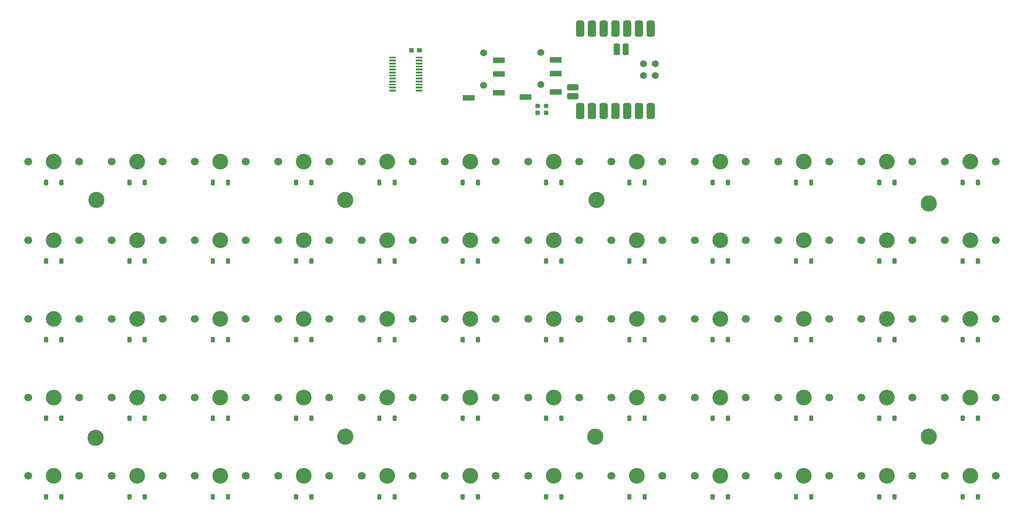
<source format=gts>
G04 #@! TF.GenerationSoftware,KiCad,Pcbnew,7.0.9-7.0.9~ubuntu22.04.1*
G04 #@! TF.CreationDate,2023-12-21T23:36:55+01:00*
G04 #@! TF.ProjectId,basic60,62617369-6336-4302-9e6b-696361645f70,0.1*
G04 #@! TF.SameCoordinates,Original*
G04 #@! TF.FileFunction,Soldermask,Top*
G04 #@! TF.FilePolarity,Negative*
%FSLAX46Y46*%
G04 Gerber Fmt 4.6, Leading zero omitted, Abs format (unit mm)*
G04 Created by KiCad (PCBNEW 7.0.9-7.0.9~ubuntu22.04.1) date 2023-12-21 23:36:55*
%MOMM*%
%LPD*%
G01*
G04 APERTURE LIST*
%ADD10C,1.500000*%
%ADD11R,2.500000X1.200000*%
%ADD12C,3.500000*%
%ADD13C,1.700000*%
%ADD14C,3.400000*%
G04 APERTURE END LIST*
G36*
G01*
X143350000Y-113689466D02*
X143350000Y-114439466D01*
G75*
G02*
X143125000Y-114664466I-225000J0D01*
G01*
X142675000Y-114664466D01*
G75*
G02*
X142450000Y-114439466I0J225000D01*
G01*
X142450000Y-113689466D01*
G75*
G02*
X142675000Y-113464466I225000J0D01*
G01*
X143125000Y-113464466D01*
G75*
G02*
X143350000Y-113689466I0J-225000D01*
G01*
G37*
G36*
G01*
X140050000Y-113689466D02*
X140050000Y-114439466D01*
G75*
G02*
X139825000Y-114664466I-225000J0D01*
G01*
X139375000Y-114664466D01*
G75*
G02*
X139150000Y-114439466I0J225000D01*
G01*
X139150000Y-113689466D01*
G75*
G02*
X139375000Y-113464466I225000J0D01*
G01*
X139825000Y-113464466D01*
G75*
G02*
X140050000Y-113689466I0J-225000D01*
G01*
G37*
G36*
G01*
X107350000Y-113689466D02*
X107350000Y-114439466D01*
G75*
G02*
X107125000Y-114664466I-225000J0D01*
G01*
X106675000Y-114664466D01*
G75*
G02*
X106450000Y-114439466I0J225000D01*
G01*
X106450000Y-113689466D01*
G75*
G02*
X106675000Y-113464466I225000J0D01*
G01*
X107125000Y-113464466D01*
G75*
G02*
X107350000Y-113689466I0J-225000D01*
G01*
G37*
G36*
G01*
X104050000Y-113689466D02*
X104050000Y-114439466D01*
G75*
G02*
X103825000Y-114664466I-225000J0D01*
G01*
X103375000Y-114664466D01*
G75*
G02*
X103150000Y-114439466I0J225000D01*
G01*
X103150000Y-113689466D01*
G75*
G02*
X103375000Y-113464466I225000J0D01*
G01*
X103825000Y-113464466D01*
G75*
G02*
X104050000Y-113689466I0J-225000D01*
G01*
G37*
G36*
G01*
X89350000Y-113689466D02*
X89350000Y-114439466D01*
G75*
G02*
X89125000Y-114664466I-225000J0D01*
G01*
X88675000Y-114664466D01*
G75*
G02*
X88450000Y-114439466I0J225000D01*
G01*
X88450000Y-113689466D01*
G75*
G02*
X88675000Y-113464466I225000J0D01*
G01*
X89125000Y-113464466D01*
G75*
G02*
X89350000Y-113689466I0J-225000D01*
G01*
G37*
G36*
G01*
X86050000Y-113689466D02*
X86050000Y-114439466D01*
G75*
G02*
X85825000Y-114664466I-225000J0D01*
G01*
X85375000Y-114664466D01*
G75*
G02*
X85150000Y-114439466I0J225000D01*
G01*
X85150000Y-113689466D01*
G75*
G02*
X85375000Y-113464466I225000J0D01*
G01*
X85825000Y-113464466D01*
G75*
G02*
X86050000Y-113689466I0J-225000D01*
G01*
G37*
G36*
G01*
X71350000Y-113689466D02*
X71350000Y-114439466D01*
G75*
G02*
X71125000Y-114664466I-225000J0D01*
G01*
X70675000Y-114664466D01*
G75*
G02*
X70450000Y-114439466I0J225000D01*
G01*
X70450000Y-113689466D01*
G75*
G02*
X70675000Y-113464466I225000J0D01*
G01*
X71125000Y-113464466D01*
G75*
G02*
X71350000Y-113689466I0J-225000D01*
G01*
G37*
G36*
G01*
X68050000Y-113689466D02*
X68050000Y-114439466D01*
G75*
G02*
X67825000Y-114664466I-225000J0D01*
G01*
X67375000Y-114664466D01*
G75*
G02*
X67150000Y-114439466I0J225000D01*
G01*
X67150000Y-113689466D01*
G75*
G02*
X67375000Y-113464466I225000J0D01*
G01*
X67825000Y-113464466D01*
G75*
G02*
X68050000Y-113689466I0J-225000D01*
G01*
G37*
G36*
G01*
X53350000Y-113689466D02*
X53350000Y-114439466D01*
G75*
G02*
X53125000Y-114664466I-225000J0D01*
G01*
X52675000Y-114664466D01*
G75*
G02*
X52450000Y-114439466I0J225000D01*
G01*
X52450000Y-113689466D01*
G75*
G02*
X52675000Y-113464466I225000J0D01*
G01*
X53125000Y-113464466D01*
G75*
G02*
X53350000Y-113689466I0J-225000D01*
G01*
G37*
G36*
G01*
X50050000Y-113689466D02*
X50050000Y-114439466D01*
G75*
G02*
X49825000Y-114664466I-225000J0D01*
G01*
X49375000Y-114664466D01*
G75*
G02*
X49150000Y-114439466I0J225000D01*
G01*
X49150000Y-113689466D01*
G75*
G02*
X49375000Y-113464466I225000J0D01*
G01*
X49825000Y-113464466D01*
G75*
G02*
X50050000Y-113689466I0J-225000D01*
G01*
G37*
G36*
G01*
X251350000Y-96689466D02*
X251350000Y-97439466D01*
G75*
G02*
X251125000Y-97664466I-225000J0D01*
G01*
X250675000Y-97664466D01*
G75*
G02*
X250450000Y-97439466I0J225000D01*
G01*
X250450000Y-96689466D01*
G75*
G02*
X250675000Y-96464466I225000J0D01*
G01*
X251125000Y-96464466D01*
G75*
G02*
X251350000Y-96689466I0J-225000D01*
G01*
G37*
G36*
G01*
X248050000Y-96689466D02*
X248050000Y-97439466D01*
G75*
G02*
X247825000Y-97664466I-225000J0D01*
G01*
X247375000Y-97664466D01*
G75*
G02*
X247150000Y-97439466I0J225000D01*
G01*
X247150000Y-96689466D01*
G75*
G02*
X247375000Y-96464466I225000J0D01*
G01*
X247825000Y-96464466D01*
G75*
G02*
X248050000Y-96689466I0J-225000D01*
G01*
G37*
G36*
G01*
X233350000Y-96689466D02*
X233350000Y-97439466D01*
G75*
G02*
X233125000Y-97664466I-225000J0D01*
G01*
X232675000Y-97664466D01*
G75*
G02*
X232450000Y-97439466I0J225000D01*
G01*
X232450000Y-96689466D01*
G75*
G02*
X232675000Y-96464466I225000J0D01*
G01*
X233125000Y-96464466D01*
G75*
G02*
X233350000Y-96689466I0J-225000D01*
G01*
G37*
G36*
G01*
X230050000Y-96689466D02*
X230050000Y-97439466D01*
G75*
G02*
X229825000Y-97664466I-225000J0D01*
G01*
X229375000Y-97664466D01*
G75*
G02*
X229150000Y-97439466I0J225000D01*
G01*
X229150000Y-96689466D01*
G75*
G02*
X229375000Y-96464466I225000J0D01*
G01*
X229825000Y-96464466D01*
G75*
G02*
X230050000Y-96689466I0J-225000D01*
G01*
G37*
G36*
G01*
X215350000Y-96689466D02*
X215350000Y-97439466D01*
G75*
G02*
X215125000Y-97664466I-225000J0D01*
G01*
X214675000Y-97664466D01*
G75*
G02*
X214450000Y-97439466I0J225000D01*
G01*
X214450000Y-96689466D01*
G75*
G02*
X214675000Y-96464466I225000J0D01*
G01*
X215125000Y-96464466D01*
G75*
G02*
X215350000Y-96689466I0J-225000D01*
G01*
G37*
G36*
G01*
X212050000Y-96689466D02*
X212050000Y-97439466D01*
G75*
G02*
X211825000Y-97664466I-225000J0D01*
G01*
X211375000Y-97664466D01*
G75*
G02*
X211150000Y-97439466I0J225000D01*
G01*
X211150000Y-96689466D01*
G75*
G02*
X211375000Y-96464466I225000J0D01*
G01*
X211825000Y-96464466D01*
G75*
G02*
X212050000Y-96689466I0J-225000D01*
G01*
G37*
G36*
G01*
X197350000Y-96689466D02*
X197350000Y-97439466D01*
G75*
G02*
X197125000Y-97664466I-225000J0D01*
G01*
X196675000Y-97664466D01*
G75*
G02*
X196450000Y-97439466I0J225000D01*
G01*
X196450000Y-96689466D01*
G75*
G02*
X196675000Y-96464466I225000J0D01*
G01*
X197125000Y-96464466D01*
G75*
G02*
X197350000Y-96689466I0J-225000D01*
G01*
G37*
G36*
G01*
X194050000Y-96689466D02*
X194050000Y-97439466D01*
G75*
G02*
X193825000Y-97664466I-225000J0D01*
G01*
X193375000Y-97664466D01*
G75*
G02*
X193150000Y-97439466I0J225000D01*
G01*
X193150000Y-96689466D01*
G75*
G02*
X193375000Y-96464466I225000J0D01*
G01*
X193825000Y-96464466D01*
G75*
G02*
X194050000Y-96689466I0J-225000D01*
G01*
G37*
G36*
G01*
X179350000Y-96689466D02*
X179350000Y-97439466D01*
G75*
G02*
X179125000Y-97664466I-225000J0D01*
G01*
X178675000Y-97664466D01*
G75*
G02*
X178450000Y-97439466I0J225000D01*
G01*
X178450000Y-96689466D01*
G75*
G02*
X178675000Y-96464466I225000J0D01*
G01*
X179125000Y-96464466D01*
G75*
G02*
X179350000Y-96689466I0J-225000D01*
G01*
G37*
G36*
G01*
X176050000Y-96689466D02*
X176050000Y-97439466D01*
G75*
G02*
X175825000Y-97664466I-225000J0D01*
G01*
X175375000Y-97664466D01*
G75*
G02*
X175150000Y-97439466I0J225000D01*
G01*
X175150000Y-96689466D01*
G75*
G02*
X175375000Y-96464466I225000J0D01*
G01*
X175825000Y-96464466D01*
G75*
G02*
X176050000Y-96689466I0J-225000D01*
G01*
G37*
G36*
G01*
X161350000Y-96689466D02*
X161350000Y-97439466D01*
G75*
G02*
X161125000Y-97664466I-225000J0D01*
G01*
X160675000Y-97664466D01*
G75*
G02*
X160450000Y-97439466I0J225000D01*
G01*
X160450000Y-96689466D01*
G75*
G02*
X160675000Y-96464466I225000J0D01*
G01*
X161125000Y-96464466D01*
G75*
G02*
X161350000Y-96689466I0J-225000D01*
G01*
G37*
G36*
G01*
X158050000Y-96689466D02*
X158050000Y-97439466D01*
G75*
G02*
X157825000Y-97664466I-225000J0D01*
G01*
X157375000Y-97664466D01*
G75*
G02*
X157150000Y-97439466I0J225000D01*
G01*
X157150000Y-96689466D01*
G75*
G02*
X157375000Y-96464466I225000J0D01*
G01*
X157825000Y-96464466D01*
G75*
G02*
X158050000Y-96689466I0J-225000D01*
G01*
G37*
G36*
G01*
X143350000Y-96689466D02*
X143350000Y-97439466D01*
G75*
G02*
X143125000Y-97664466I-225000J0D01*
G01*
X142675000Y-97664466D01*
G75*
G02*
X142450000Y-97439466I0J225000D01*
G01*
X142450000Y-96689466D01*
G75*
G02*
X142675000Y-96464466I225000J0D01*
G01*
X143125000Y-96464466D01*
G75*
G02*
X143350000Y-96689466I0J-225000D01*
G01*
G37*
G36*
G01*
X140050000Y-96689466D02*
X140050000Y-97439466D01*
G75*
G02*
X139825000Y-97664466I-225000J0D01*
G01*
X139375000Y-97664466D01*
G75*
G02*
X139150000Y-97439466I0J225000D01*
G01*
X139150000Y-96689466D01*
G75*
G02*
X139375000Y-96464466I225000J0D01*
G01*
X139825000Y-96464466D01*
G75*
G02*
X140050000Y-96689466I0J-225000D01*
G01*
G37*
G36*
G01*
X125350000Y-96689466D02*
X125350000Y-97439466D01*
G75*
G02*
X125125000Y-97664466I-225000J0D01*
G01*
X124675000Y-97664466D01*
G75*
G02*
X124450000Y-97439466I0J225000D01*
G01*
X124450000Y-96689466D01*
G75*
G02*
X124675000Y-96464466I225000J0D01*
G01*
X125125000Y-96464466D01*
G75*
G02*
X125350000Y-96689466I0J-225000D01*
G01*
G37*
G36*
G01*
X122050000Y-96689466D02*
X122050000Y-97439466D01*
G75*
G02*
X121825000Y-97664466I-225000J0D01*
G01*
X121375000Y-97664466D01*
G75*
G02*
X121150000Y-97439466I0J225000D01*
G01*
X121150000Y-96689466D01*
G75*
G02*
X121375000Y-96464466I225000J0D01*
G01*
X121825000Y-96464466D01*
G75*
G02*
X122050000Y-96689466I0J-225000D01*
G01*
G37*
G36*
G01*
X107350000Y-96689466D02*
X107350000Y-97439466D01*
G75*
G02*
X107125000Y-97664466I-225000J0D01*
G01*
X106675000Y-97664466D01*
G75*
G02*
X106450000Y-97439466I0J225000D01*
G01*
X106450000Y-96689466D01*
G75*
G02*
X106675000Y-96464466I225000J0D01*
G01*
X107125000Y-96464466D01*
G75*
G02*
X107350000Y-96689466I0J-225000D01*
G01*
G37*
G36*
G01*
X104050000Y-96689466D02*
X104050000Y-97439466D01*
G75*
G02*
X103825000Y-97664466I-225000J0D01*
G01*
X103375000Y-97664466D01*
G75*
G02*
X103150000Y-97439466I0J225000D01*
G01*
X103150000Y-96689466D01*
G75*
G02*
X103375000Y-96464466I225000J0D01*
G01*
X103825000Y-96464466D01*
G75*
G02*
X104050000Y-96689466I0J-225000D01*
G01*
G37*
G36*
G01*
X89350000Y-96689466D02*
X89350000Y-97439466D01*
G75*
G02*
X89125000Y-97664466I-225000J0D01*
G01*
X88675000Y-97664466D01*
G75*
G02*
X88450000Y-97439466I0J225000D01*
G01*
X88450000Y-96689466D01*
G75*
G02*
X88675000Y-96464466I225000J0D01*
G01*
X89125000Y-96464466D01*
G75*
G02*
X89350000Y-96689466I0J-225000D01*
G01*
G37*
G36*
G01*
X86050000Y-96689466D02*
X86050000Y-97439466D01*
G75*
G02*
X85825000Y-97664466I-225000J0D01*
G01*
X85375000Y-97664466D01*
G75*
G02*
X85150000Y-97439466I0J225000D01*
G01*
X85150000Y-96689466D01*
G75*
G02*
X85375000Y-96464466I225000J0D01*
G01*
X85825000Y-96464466D01*
G75*
G02*
X86050000Y-96689466I0J-225000D01*
G01*
G37*
G36*
G01*
X71350000Y-96689466D02*
X71350000Y-97439466D01*
G75*
G02*
X71125000Y-97664466I-225000J0D01*
G01*
X70675000Y-97664466D01*
G75*
G02*
X70450000Y-97439466I0J225000D01*
G01*
X70450000Y-96689466D01*
G75*
G02*
X70675000Y-96464466I225000J0D01*
G01*
X71125000Y-96464466D01*
G75*
G02*
X71350000Y-96689466I0J-225000D01*
G01*
G37*
G36*
G01*
X68050000Y-96689466D02*
X68050000Y-97439466D01*
G75*
G02*
X67825000Y-97664466I-225000J0D01*
G01*
X67375000Y-97664466D01*
G75*
G02*
X67150000Y-97439466I0J225000D01*
G01*
X67150000Y-96689466D01*
G75*
G02*
X67375000Y-96464466I225000J0D01*
G01*
X67825000Y-96464466D01*
G75*
G02*
X68050000Y-96689466I0J-225000D01*
G01*
G37*
G36*
G01*
X53350000Y-96689466D02*
X53350000Y-97439466D01*
G75*
G02*
X53125000Y-97664466I-225000J0D01*
G01*
X52675000Y-97664466D01*
G75*
G02*
X52450000Y-97439466I0J225000D01*
G01*
X52450000Y-96689466D01*
G75*
G02*
X52675000Y-96464466I225000J0D01*
G01*
X53125000Y-96464466D01*
G75*
G02*
X53350000Y-96689466I0J-225000D01*
G01*
G37*
G36*
G01*
X50050000Y-96689466D02*
X50050000Y-97439466D01*
G75*
G02*
X49825000Y-97664466I-225000J0D01*
G01*
X49375000Y-97664466D01*
G75*
G02*
X49150000Y-97439466I0J225000D01*
G01*
X49150000Y-96689466D01*
G75*
G02*
X49375000Y-96464466I225000J0D01*
G01*
X49825000Y-96464466D01*
G75*
G02*
X50050000Y-96689466I0J-225000D01*
G01*
G37*
G36*
G01*
X251350000Y-79689466D02*
X251350000Y-80439466D01*
G75*
G02*
X251125000Y-80664466I-225000J0D01*
G01*
X250675000Y-80664466D01*
G75*
G02*
X250450000Y-80439466I0J225000D01*
G01*
X250450000Y-79689466D01*
G75*
G02*
X250675000Y-79464466I225000J0D01*
G01*
X251125000Y-79464466D01*
G75*
G02*
X251350000Y-79689466I0J-225000D01*
G01*
G37*
G36*
G01*
X248050000Y-79689466D02*
X248050000Y-80439466D01*
G75*
G02*
X247825000Y-80664466I-225000J0D01*
G01*
X247375000Y-80664466D01*
G75*
G02*
X247150000Y-80439466I0J225000D01*
G01*
X247150000Y-79689466D01*
G75*
G02*
X247375000Y-79464466I225000J0D01*
G01*
X247825000Y-79464466D01*
G75*
G02*
X248050000Y-79689466I0J-225000D01*
G01*
G37*
G36*
G01*
X233350000Y-79689466D02*
X233350000Y-80439466D01*
G75*
G02*
X233125000Y-80664466I-225000J0D01*
G01*
X232675000Y-80664466D01*
G75*
G02*
X232450000Y-80439466I0J225000D01*
G01*
X232450000Y-79689466D01*
G75*
G02*
X232675000Y-79464466I225000J0D01*
G01*
X233125000Y-79464466D01*
G75*
G02*
X233350000Y-79689466I0J-225000D01*
G01*
G37*
G36*
G01*
X230050000Y-79689466D02*
X230050000Y-80439466D01*
G75*
G02*
X229825000Y-80664466I-225000J0D01*
G01*
X229375000Y-80664466D01*
G75*
G02*
X229150000Y-80439466I0J225000D01*
G01*
X229150000Y-79689466D01*
G75*
G02*
X229375000Y-79464466I225000J0D01*
G01*
X229825000Y-79464466D01*
G75*
G02*
X230050000Y-79689466I0J-225000D01*
G01*
G37*
G36*
G01*
X215350000Y-79689466D02*
X215350000Y-80439466D01*
G75*
G02*
X215125000Y-80664466I-225000J0D01*
G01*
X214675000Y-80664466D01*
G75*
G02*
X214450000Y-80439466I0J225000D01*
G01*
X214450000Y-79689466D01*
G75*
G02*
X214675000Y-79464466I225000J0D01*
G01*
X215125000Y-79464466D01*
G75*
G02*
X215350000Y-79689466I0J-225000D01*
G01*
G37*
G36*
G01*
X212050000Y-79689466D02*
X212050000Y-80439466D01*
G75*
G02*
X211825000Y-80664466I-225000J0D01*
G01*
X211375000Y-80664466D01*
G75*
G02*
X211150000Y-80439466I0J225000D01*
G01*
X211150000Y-79689466D01*
G75*
G02*
X211375000Y-79464466I225000J0D01*
G01*
X211825000Y-79464466D01*
G75*
G02*
X212050000Y-79689466I0J-225000D01*
G01*
G37*
G36*
G01*
X197350000Y-79689466D02*
X197350000Y-80439466D01*
G75*
G02*
X197125000Y-80664466I-225000J0D01*
G01*
X196675000Y-80664466D01*
G75*
G02*
X196450000Y-80439466I0J225000D01*
G01*
X196450000Y-79689466D01*
G75*
G02*
X196675000Y-79464466I225000J0D01*
G01*
X197125000Y-79464466D01*
G75*
G02*
X197350000Y-79689466I0J-225000D01*
G01*
G37*
G36*
G01*
X194050000Y-79689466D02*
X194050000Y-80439466D01*
G75*
G02*
X193825000Y-80664466I-225000J0D01*
G01*
X193375000Y-80664466D01*
G75*
G02*
X193150000Y-80439466I0J225000D01*
G01*
X193150000Y-79689466D01*
G75*
G02*
X193375000Y-79464466I225000J0D01*
G01*
X193825000Y-79464466D01*
G75*
G02*
X194050000Y-79689466I0J-225000D01*
G01*
G37*
G36*
G01*
X179350000Y-79689466D02*
X179350000Y-80439466D01*
G75*
G02*
X179125000Y-80664466I-225000J0D01*
G01*
X178675000Y-80664466D01*
G75*
G02*
X178450000Y-80439466I0J225000D01*
G01*
X178450000Y-79689466D01*
G75*
G02*
X178675000Y-79464466I225000J0D01*
G01*
X179125000Y-79464466D01*
G75*
G02*
X179350000Y-79689466I0J-225000D01*
G01*
G37*
G36*
G01*
X176050000Y-79689466D02*
X176050000Y-80439466D01*
G75*
G02*
X175825000Y-80664466I-225000J0D01*
G01*
X175375000Y-80664466D01*
G75*
G02*
X175150000Y-80439466I0J225000D01*
G01*
X175150000Y-79689466D01*
G75*
G02*
X175375000Y-79464466I225000J0D01*
G01*
X175825000Y-79464466D01*
G75*
G02*
X176050000Y-79689466I0J-225000D01*
G01*
G37*
G36*
G01*
X161350000Y-79689466D02*
X161350000Y-80439466D01*
G75*
G02*
X161125000Y-80664466I-225000J0D01*
G01*
X160675000Y-80664466D01*
G75*
G02*
X160450000Y-80439466I0J225000D01*
G01*
X160450000Y-79689466D01*
G75*
G02*
X160675000Y-79464466I225000J0D01*
G01*
X161125000Y-79464466D01*
G75*
G02*
X161350000Y-79689466I0J-225000D01*
G01*
G37*
G36*
G01*
X158050000Y-79689466D02*
X158050000Y-80439466D01*
G75*
G02*
X157825000Y-80664466I-225000J0D01*
G01*
X157375000Y-80664466D01*
G75*
G02*
X157150000Y-80439466I0J225000D01*
G01*
X157150000Y-79689466D01*
G75*
G02*
X157375000Y-79464466I225000J0D01*
G01*
X157825000Y-79464466D01*
G75*
G02*
X158050000Y-79689466I0J-225000D01*
G01*
G37*
G36*
G01*
X143350000Y-79689466D02*
X143350000Y-80439466D01*
G75*
G02*
X143125000Y-80664466I-225000J0D01*
G01*
X142675000Y-80664466D01*
G75*
G02*
X142450000Y-80439466I0J225000D01*
G01*
X142450000Y-79689466D01*
G75*
G02*
X142675000Y-79464466I225000J0D01*
G01*
X143125000Y-79464466D01*
G75*
G02*
X143350000Y-79689466I0J-225000D01*
G01*
G37*
G36*
G01*
X140050000Y-79689466D02*
X140050000Y-80439466D01*
G75*
G02*
X139825000Y-80664466I-225000J0D01*
G01*
X139375000Y-80664466D01*
G75*
G02*
X139150000Y-80439466I0J225000D01*
G01*
X139150000Y-79689466D01*
G75*
G02*
X139375000Y-79464466I225000J0D01*
G01*
X139825000Y-79464466D01*
G75*
G02*
X140050000Y-79689466I0J-225000D01*
G01*
G37*
G36*
G01*
X125350000Y-79689466D02*
X125350000Y-80439466D01*
G75*
G02*
X125125000Y-80664466I-225000J0D01*
G01*
X124675000Y-80664466D01*
G75*
G02*
X124450000Y-80439466I0J225000D01*
G01*
X124450000Y-79689466D01*
G75*
G02*
X124675000Y-79464466I225000J0D01*
G01*
X125125000Y-79464466D01*
G75*
G02*
X125350000Y-79689466I0J-225000D01*
G01*
G37*
G36*
G01*
X122050000Y-79689466D02*
X122050000Y-80439466D01*
G75*
G02*
X121825000Y-80664466I-225000J0D01*
G01*
X121375000Y-80664466D01*
G75*
G02*
X121150000Y-80439466I0J225000D01*
G01*
X121150000Y-79689466D01*
G75*
G02*
X121375000Y-79464466I225000J0D01*
G01*
X121825000Y-79464466D01*
G75*
G02*
X122050000Y-79689466I0J-225000D01*
G01*
G37*
G36*
G01*
X107350000Y-79689466D02*
X107350000Y-80439466D01*
G75*
G02*
X107125000Y-80664466I-225000J0D01*
G01*
X106675000Y-80664466D01*
G75*
G02*
X106450000Y-80439466I0J225000D01*
G01*
X106450000Y-79689466D01*
G75*
G02*
X106675000Y-79464466I225000J0D01*
G01*
X107125000Y-79464466D01*
G75*
G02*
X107350000Y-79689466I0J-225000D01*
G01*
G37*
G36*
G01*
X104050000Y-79689466D02*
X104050000Y-80439466D01*
G75*
G02*
X103825000Y-80664466I-225000J0D01*
G01*
X103375000Y-80664466D01*
G75*
G02*
X103150000Y-80439466I0J225000D01*
G01*
X103150000Y-79689466D01*
G75*
G02*
X103375000Y-79464466I225000J0D01*
G01*
X103825000Y-79464466D01*
G75*
G02*
X104050000Y-79689466I0J-225000D01*
G01*
G37*
G36*
G01*
X89350000Y-79689466D02*
X89350000Y-80439466D01*
G75*
G02*
X89125000Y-80664466I-225000J0D01*
G01*
X88675000Y-80664466D01*
G75*
G02*
X88450000Y-80439466I0J225000D01*
G01*
X88450000Y-79689466D01*
G75*
G02*
X88675000Y-79464466I225000J0D01*
G01*
X89125000Y-79464466D01*
G75*
G02*
X89350000Y-79689466I0J-225000D01*
G01*
G37*
G36*
G01*
X86050000Y-79689466D02*
X86050000Y-80439466D01*
G75*
G02*
X85825000Y-80664466I-225000J0D01*
G01*
X85375000Y-80664466D01*
G75*
G02*
X85150000Y-80439466I0J225000D01*
G01*
X85150000Y-79689466D01*
G75*
G02*
X85375000Y-79464466I225000J0D01*
G01*
X85825000Y-79464466D01*
G75*
G02*
X86050000Y-79689466I0J-225000D01*
G01*
G37*
G36*
G01*
X71350000Y-79689466D02*
X71350000Y-80439466D01*
G75*
G02*
X71125000Y-80664466I-225000J0D01*
G01*
X70675000Y-80664466D01*
G75*
G02*
X70450000Y-80439466I0J225000D01*
G01*
X70450000Y-79689466D01*
G75*
G02*
X70675000Y-79464466I225000J0D01*
G01*
X71125000Y-79464466D01*
G75*
G02*
X71350000Y-79689466I0J-225000D01*
G01*
G37*
G36*
G01*
X68050000Y-79689466D02*
X68050000Y-80439466D01*
G75*
G02*
X67825000Y-80664466I-225000J0D01*
G01*
X67375000Y-80664466D01*
G75*
G02*
X67150000Y-80439466I0J225000D01*
G01*
X67150000Y-79689466D01*
G75*
G02*
X67375000Y-79464466I225000J0D01*
G01*
X67825000Y-79464466D01*
G75*
G02*
X68050000Y-79689466I0J-225000D01*
G01*
G37*
G36*
G01*
X53350000Y-79689466D02*
X53350000Y-80439466D01*
G75*
G02*
X53125000Y-80664466I-225000J0D01*
G01*
X52675000Y-80664466D01*
G75*
G02*
X52450000Y-80439466I0J225000D01*
G01*
X52450000Y-79689466D01*
G75*
G02*
X52675000Y-79464466I225000J0D01*
G01*
X53125000Y-79464466D01*
G75*
G02*
X53350000Y-79689466I0J-225000D01*
G01*
G37*
G36*
G01*
X50050000Y-79689466D02*
X50050000Y-80439466D01*
G75*
G02*
X49825000Y-80664466I-225000J0D01*
G01*
X49375000Y-80664466D01*
G75*
G02*
X49150000Y-80439466I0J225000D01*
G01*
X49150000Y-79689466D01*
G75*
G02*
X49375000Y-79464466I225000J0D01*
G01*
X49825000Y-79464466D01*
G75*
G02*
X50050000Y-79689466I0J-225000D01*
G01*
G37*
G36*
G01*
X197350000Y-130689466D02*
X197350000Y-131439466D01*
G75*
G02*
X197125000Y-131664466I-225000J0D01*
G01*
X196675000Y-131664466D01*
G75*
G02*
X196450000Y-131439466I0J225000D01*
G01*
X196450000Y-130689466D01*
G75*
G02*
X196675000Y-130464466I225000J0D01*
G01*
X197125000Y-130464466D01*
G75*
G02*
X197350000Y-130689466I0J-225000D01*
G01*
G37*
G36*
G01*
X194050000Y-130689466D02*
X194050000Y-131439466D01*
G75*
G02*
X193825000Y-131664466I-225000J0D01*
G01*
X193375000Y-131664466D01*
G75*
G02*
X193150000Y-131439466I0J225000D01*
G01*
X193150000Y-130689466D01*
G75*
G02*
X193375000Y-130464466I225000J0D01*
G01*
X193825000Y-130464466D01*
G75*
G02*
X194050000Y-130689466I0J-225000D01*
G01*
G37*
G36*
G01*
X179350000Y-130689466D02*
X179350000Y-131439466D01*
G75*
G02*
X179125000Y-131664466I-225000J0D01*
G01*
X178675000Y-131664466D01*
G75*
G02*
X178450000Y-131439466I0J225000D01*
G01*
X178450000Y-130689466D01*
G75*
G02*
X178675000Y-130464466I225000J0D01*
G01*
X179125000Y-130464466D01*
G75*
G02*
X179350000Y-130689466I0J-225000D01*
G01*
G37*
G36*
G01*
X176050000Y-130689466D02*
X176050000Y-131439466D01*
G75*
G02*
X175825000Y-131664466I-225000J0D01*
G01*
X175375000Y-131664466D01*
G75*
G02*
X175150000Y-131439466I0J225000D01*
G01*
X175150000Y-130689466D01*
G75*
G02*
X175375000Y-130464466I225000J0D01*
G01*
X175825000Y-130464466D01*
G75*
G02*
X176050000Y-130689466I0J-225000D01*
G01*
G37*
G36*
G01*
X161350000Y-130689466D02*
X161350000Y-131439466D01*
G75*
G02*
X161125000Y-131664466I-225000J0D01*
G01*
X160675000Y-131664466D01*
G75*
G02*
X160450000Y-131439466I0J225000D01*
G01*
X160450000Y-130689466D01*
G75*
G02*
X160675000Y-130464466I225000J0D01*
G01*
X161125000Y-130464466D01*
G75*
G02*
X161350000Y-130689466I0J-225000D01*
G01*
G37*
G36*
G01*
X158050000Y-130689466D02*
X158050000Y-131439466D01*
G75*
G02*
X157825000Y-131664466I-225000J0D01*
G01*
X157375000Y-131664466D01*
G75*
G02*
X157150000Y-131439466I0J225000D01*
G01*
X157150000Y-130689466D01*
G75*
G02*
X157375000Y-130464466I225000J0D01*
G01*
X157825000Y-130464466D01*
G75*
G02*
X158050000Y-130689466I0J-225000D01*
G01*
G37*
G36*
G01*
X125350000Y-130689466D02*
X125350000Y-131439466D01*
G75*
G02*
X125125000Y-131664466I-225000J0D01*
G01*
X124675000Y-131664466D01*
G75*
G02*
X124450000Y-131439466I0J225000D01*
G01*
X124450000Y-130689466D01*
G75*
G02*
X124675000Y-130464466I225000J0D01*
G01*
X125125000Y-130464466D01*
G75*
G02*
X125350000Y-130689466I0J-225000D01*
G01*
G37*
G36*
G01*
X122050000Y-130689466D02*
X122050000Y-131439466D01*
G75*
G02*
X121825000Y-131664466I-225000J0D01*
G01*
X121375000Y-131664466D01*
G75*
G02*
X121150000Y-131439466I0J225000D01*
G01*
X121150000Y-130689466D01*
G75*
G02*
X121375000Y-130464466I225000J0D01*
G01*
X121825000Y-130464466D01*
G75*
G02*
X122050000Y-130689466I0J-225000D01*
G01*
G37*
G36*
G01*
X107350000Y-130689466D02*
X107350000Y-131439466D01*
G75*
G02*
X107125000Y-131664466I-225000J0D01*
G01*
X106675000Y-131664466D01*
G75*
G02*
X106450000Y-131439466I0J225000D01*
G01*
X106450000Y-130689466D01*
G75*
G02*
X106675000Y-130464466I225000J0D01*
G01*
X107125000Y-130464466D01*
G75*
G02*
X107350000Y-130689466I0J-225000D01*
G01*
G37*
G36*
G01*
X104050000Y-130689466D02*
X104050000Y-131439466D01*
G75*
G02*
X103825000Y-131664466I-225000J0D01*
G01*
X103375000Y-131664466D01*
G75*
G02*
X103150000Y-131439466I0J225000D01*
G01*
X103150000Y-130689466D01*
G75*
G02*
X103375000Y-130464466I225000J0D01*
G01*
X103825000Y-130464466D01*
G75*
G02*
X104050000Y-130689466I0J-225000D01*
G01*
G37*
G36*
G01*
X251350000Y-113689466D02*
X251350000Y-114439466D01*
G75*
G02*
X251125000Y-114664466I-225000J0D01*
G01*
X250675000Y-114664466D01*
G75*
G02*
X250450000Y-114439466I0J225000D01*
G01*
X250450000Y-113689466D01*
G75*
G02*
X250675000Y-113464466I225000J0D01*
G01*
X251125000Y-113464466D01*
G75*
G02*
X251350000Y-113689466I0J-225000D01*
G01*
G37*
G36*
G01*
X248050000Y-113689466D02*
X248050000Y-114439466D01*
G75*
G02*
X247825000Y-114664466I-225000J0D01*
G01*
X247375000Y-114664466D01*
G75*
G02*
X247150000Y-114439466I0J225000D01*
G01*
X247150000Y-113689466D01*
G75*
G02*
X247375000Y-113464466I225000J0D01*
G01*
X247825000Y-113464466D01*
G75*
G02*
X248050000Y-113689466I0J-225000D01*
G01*
G37*
G36*
G01*
X233350000Y-113689466D02*
X233350000Y-114439466D01*
G75*
G02*
X233125000Y-114664466I-225000J0D01*
G01*
X232675000Y-114664466D01*
G75*
G02*
X232450000Y-114439466I0J225000D01*
G01*
X232450000Y-113689466D01*
G75*
G02*
X232675000Y-113464466I225000J0D01*
G01*
X233125000Y-113464466D01*
G75*
G02*
X233350000Y-113689466I0J-225000D01*
G01*
G37*
G36*
G01*
X230050000Y-113689466D02*
X230050000Y-114439466D01*
G75*
G02*
X229825000Y-114664466I-225000J0D01*
G01*
X229375000Y-114664466D01*
G75*
G02*
X229150000Y-114439466I0J225000D01*
G01*
X229150000Y-113689466D01*
G75*
G02*
X229375000Y-113464466I225000J0D01*
G01*
X229825000Y-113464466D01*
G75*
G02*
X230050000Y-113689466I0J-225000D01*
G01*
G37*
G36*
G01*
X215350000Y-113689466D02*
X215350000Y-114439466D01*
G75*
G02*
X215125000Y-114664466I-225000J0D01*
G01*
X214675000Y-114664466D01*
G75*
G02*
X214450000Y-114439466I0J225000D01*
G01*
X214450000Y-113689466D01*
G75*
G02*
X214675000Y-113464466I225000J0D01*
G01*
X215125000Y-113464466D01*
G75*
G02*
X215350000Y-113689466I0J-225000D01*
G01*
G37*
G36*
G01*
X212050000Y-113689466D02*
X212050000Y-114439466D01*
G75*
G02*
X211825000Y-114664466I-225000J0D01*
G01*
X211375000Y-114664466D01*
G75*
G02*
X211150000Y-114439466I0J225000D01*
G01*
X211150000Y-113689466D01*
G75*
G02*
X211375000Y-113464466I225000J0D01*
G01*
X211825000Y-113464466D01*
G75*
G02*
X212050000Y-113689466I0J-225000D01*
G01*
G37*
G36*
G01*
X197350000Y-113689466D02*
X197350000Y-114439466D01*
G75*
G02*
X197125000Y-114664466I-225000J0D01*
G01*
X196675000Y-114664466D01*
G75*
G02*
X196450000Y-114439466I0J225000D01*
G01*
X196450000Y-113689466D01*
G75*
G02*
X196675000Y-113464466I225000J0D01*
G01*
X197125000Y-113464466D01*
G75*
G02*
X197350000Y-113689466I0J-225000D01*
G01*
G37*
G36*
G01*
X194050000Y-113689466D02*
X194050000Y-114439466D01*
G75*
G02*
X193825000Y-114664466I-225000J0D01*
G01*
X193375000Y-114664466D01*
G75*
G02*
X193150000Y-114439466I0J225000D01*
G01*
X193150000Y-113689466D01*
G75*
G02*
X193375000Y-113464466I225000J0D01*
G01*
X193825000Y-113464466D01*
G75*
G02*
X194050000Y-113689466I0J-225000D01*
G01*
G37*
G36*
G01*
X179350000Y-113689466D02*
X179350000Y-114439466D01*
G75*
G02*
X179125000Y-114664466I-225000J0D01*
G01*
X178675000Y-114664466D01*
G75*
G02*
X178450000Y-114439466I0J225000D01*
G01*
X178450000Y-113689466D01*
G75*
G02*
X178675000Y-113464466I225000J0D01*
G01*
X179125000Y-113464466D01*
G75*
G02*
X179350000Y-113689466I0J-225000D01*
G01*
G37*
G36*
G01*
X176050000Y-113689466D02*
X176050000Y-114439466D01*
G75*
G02*
X175825000Y-114664466I-225000J0D01*
G01*
X175375000Y-114664466D01*
G75*
G02*
X175150000Y-114439466I0J225000D01*
G01*
X175150000Y-113689466D01*
G75*
G02*
X175375000Y-113464466I225000J0D01*
G01*
X175825000Y-113464466D01*
G75*
G02*
X176050000Y-113689466I0J-225000D01*
G01*
G37*
G36*
G01*
X161350000Y-113689466D02*
X161350000Y-114439466D01*
G75*
G02*
X161125000Y-114664466I-225000J0D01*
G01*
X160675000Y-114664466D01*
G75*
G02*
X160450000Y-114439466I0J225000D01*
G01*
X160450000Y-113689466D01*
G75*
G02*
X160675000Y-113464466I225000J0D01*
G01*
X161125000Y-113464466D01*
G75*
G02*
X161350000Y-113689466I0J-225000D01*
G01*
G37*
G36*
G01*
X158050000Y-113689466D02*
X158050000Y-114439466D01*
G75*
G02*
X157825000Y-114664466I-225000J0D01*
G01*
X157375000Y-114664466D01*
G75*
G02*
X157150000Y-114439466I0J225000D01*
G01*
X157150000Y-113689466D01*
G75*
G02*
X157375000Y-113464466I225000J0D01*
G01*
X157825000Y-113464466D01*
G75*
G02*
X158050000Y-113689466I0J-225000D01*
G01*
G37*
G36*
G01*
X125350000Y-113689466D02*
X125350000Y-114439466D01*
G75*
G02*
X125125000Y-114664466I-225000J0D01*
G01*
X124675000Y-114664466D01*
G75*
G02*
X124450000Y-114439466I0J225000D01*
G01*
X124450000Y-113689466D01*
G75*
G02*
X124675000Y-113464466I225000J0D01*
G01*
X125125000Y-113464466D01*
G75*
G02*
X125350000Y-113689466I0J-225000D01*
G01*
G37*
G36*
G01*
X122050000Y-113689466D02*
X122050000Y-114439466D01*
G75*
G02*
X121825000Y-114664466I-225000J0D01*
G01*
X121375000Y-114664466D01*
G75*
G02*
X121150000Y-114439466I0J225000D01*
G01*
X121150000Y-113689466D01*
G75*
G02*
X121375000Y-113464466I225000J0D01*
G01*
X121825000Y-113464466D01*
G75*
G02*
X122050000Y-113689466I0J-225000D01*
G01*
G37*
D10*
X144150000Y-35000000D03*
X144150000Y-42000000D03*
D11*
X147400000Y-36600000D03*
X147400000Y-39600000D03*
X140900000Y-44700000D03*
X147400000Y-43600000D03*
G36*
G01*
X233350000Y-62689466D02*
X233350000Y-63439466D01*
G75*
G02*
X233125000Y-63664466I-225000J0D01*
G01*
X232675000Y-63664466D01*
G75*
G02*
X232450000Y-63439466I0J225000D01*
G01*
X232450000Y-62689466D01*
G75*
G02*
X232675000Y-62464466I225000J0D01*
G01*
X233125000Y-62464466D01*
G75*
G02*
X233350000Y-62689466I0J-225000D01*
G01*
G37*
G36*
G01*
X230050000Y-62689466D02*
X230050000Y-63439466D01*
G75*
G02*
X229825000Y-63664466I-225000J0D01*
G01*
X229375000Y-63664466D01*
G75*
G02*
X229150000Y-63439466I0J225000D01*
G01*
X229150000Y-62689466D01*
G75*
G02*
X229375000Y-62464466I225000J0D01*
G01*
X229825000Y-62464466D01*
G75*
G02*
X230050000Y-62689466I0J-225000D01*
G01*
G37*
D12*
X240250000Y-118064466D03*
X114250000Y-66814466D03*
G36*
G01*
X143350000Y-62689466D02*
X143350000Y-63439466D01*
G75*
G02*
X143125000Y-63664466I-225000J0D01*
G01*
X142675000Y-63664466D01*
G75*
G02*
X142450000Y-63439466I0J225000D01*
G01*
X142450000Y-62689466D01*
G75*
G02*
X142675000Y-62464466I225000J0D01*
G01*
X143125000Y-62464466D01*
G75*
G02*
X143350000Y-62689466I0J-225000D01*
G01*
G37*
G36*
G01*
X140050000Y-62689466D02*
X140050000Y-63439466D01*
G75*
G02*
X139825000Y-63664466I-225000J0D01*
G01*
X139375000Y-63664466D01*
G75*
G02*
X139150000Y-63439466I0J225000D01*
G01*
X139150000Y-62689466D01*
G75*
G02*
X139375000Y-62464466I225000J0D01*
G01*
X139825000Y-62464466D01*
G75*
G02*
X140050000Y-62689466I0J-225000D01*
G01*
G37*
X240250000Y-67564466D03*
G36*
G01*
X130787500Y-34219733D02*
X130787500Y-34694733D01*
G75*
G02*
X130550000Y-34932233I-237500J0D01*
G01*
X129950000Y-34932233D01*
G75*
G02*
X129712500Y-34694733I0J237500D01*
G01*
X129712500Y-34219733D01*
G75*
G02*
X129950000Y-33982233I237500J0D01*
G01*
X130550000Y-33982233D01*
G75*
G02*
X130787500Y-34219733I0J-237500D01*
G01*
G37*
G36*
G01*
X129062500Y-34219733D02*
X129062500Y-34694733D01*
G75*
G02*
X128825000Y-34932233I-237500J0D01*
G01*
X128225000Y-34932233D01*
G75*
G02*
X127987500Y-34694733I0J237500D01*
G01*
X127987500Y-34219733D01*
G75*
G02*
X128225000Y-33982233I237500J0D01*
G01*
X128825000Y-33982233D01*
G75*
G02*
X129062500Y-34219733I0J-237500D01*
G01*
G37*
G36*
G01*
X71350000Y-62689466D02*
X71350000Y-63439466D01*
G75*
G02*
X71125000Y-63664466I-225000J0D01*
G01*
X70675000Y-63664466D01*
G75*
G02*
X70450000Y-63439466I0J225000D01*
G01*
X70450000Y-62689466D01*
G75*
G02*
X70675000Y-62464466I225000J0D01*
G01*
X71125000Y-62464466D01*
G75*
G02*
X71350000Y-62689466I0J-225000D01*
G01*
G37*
G36*
G01*
X68050000Y-62689466D02*
X68050000Y-63439466D01*
G75*
G02*
X67825000Y-63664466I-225000J0D01*
G01*
X67375000Y-63664466D01*
G75*
G02*
X67150000Y-63439466I0J225000D01*
G01*
X67150000Y-62689466D01*
G75*
G02*
X67375000Y-62464466I225000J0D01*
G01*
X67825000Y-62464466D01*
G75*
G02*
X68050000Y-62689466I0J-225000D01*
G01*
G37*
G36*
G01*
X125350000Y-62689466D02*
X125350000Y-63439466D01*
G75*
G02*
X125125000Y-63664466I-225000J0D01*
G01*
X124675000Y-63664466D01*
G75*
G02*
X124450000Y-63439466I0J225000D01*
G01*
X124450000Y-62689466D01*
G75*
G02*
X124675000Y-62464466I225000J0D01*
G01*
X125125000Y-62464466D01*
G75*
G02*
X125350000Y-62689466I0J-225000D01*
G01*
G37*
G36*
G01*
X122050000Y-62689466D02*
X122050000Y-63439466D01*
G75*
G02*
X121825000Y-63664466I-225000J0D01*
G01*
X121375000Y-63664466D01*
G75*
G02*
X121150000Y-63439466I0J225000D01*
G01*
X121150000Y-62689466D01*
G75*
G02*
X121375000Y-62464466I225000J0D01*
G01*
X121825000Y-62464466D01*
G75*
G02*
X122050000Y-62689466I0J-225000D01*
G01*
G37*
X168500000Y-66814466D03*
G36*
G01*
X155287500Y-46737500D02*
X155287500Y-46262500D01*
G75*
G02*
X155525000Y-46025000I237500J0D01*
G01*
X156025000Y-46025000D01*
G75*
G02*
X156262500Y-46262500I0J-237500D01*
G01*
X156262500Y-46737500D01*
G75*
G02*
X156025000Y-46975000I-237500J0D01*
G01*
X155525000Y-46975000D01*
G75*
G02*
X155287500Y-46737500I0J237500D01*
G01*
G37*
G36*
G01*
X157112500Y-46737500D02*
X157112500Y-46262500D01*
G75*
G02*
X157350000Y-46025000I237500J0D01*
G01*
X157850000Y-46025000D01*
G75*
G02*
X158087500Y-46262500I0J-237500D01*
G01*
X158087500Y-46737500D01*
G75*
G02*
X157850000Y-46975000I-237500J0D01*
G01*
X157350000Y-46975000D01*
G75*
G02*
X157112500Y-46737500I0J237500D01*
G01*
G37*
G36*
G01*
X53350000Y-62689466D02*
X53350000Y-63439466D01*
G75*
G02*
X53125000Y-63664466I-225000J0D01*
G01*
X52675000Y-63664466D01*
G75*
G02*
X52450000Y-63439466I0J225000D01*
G01*
X52450000Y-62689466D01*
G75*
G02*
X52675000Y-62464466I225000J0D01*
G01*
X53125000Y-62464466D01*
G75*
G02*
X53350000Y-62689466I0J-225000D01*
G01*
G37*
G36*
G01*
X50050000Y-62689466D02*
X50050000Y-63439466D01*
G75*
G02*
X49825000Y-63664466I-225000J0D01*
G01*
X49375000Y-63664466D01*
G75*
G02*
X49150000Y-63439466I0J225000D01*
G01*
X49150000Y-62689466D01*
G75*
G02*
X49375000Y-62464466I225000J0D01*
G01*
X49825000Y-62464466D01*
G75*
G02*
X50050000Y-62689466I0J-225000D01*
G01*
G37*
G36*
G01*
X179350000Y-62689466D02*
X179350000Y-63439466D01*
G75*
G02*
X179125000Y-63664466I-225000J0D01*
G01*
X178675000Y-63664466D01*
G75*
G02*
X178450000Y-63439466I0J225000D01*
G01*
X178450000Y-62689466D01*
G75*
G02*
X178675000Y-62464466I225000J0D01*
G01*
X179125000Y-62464466D01*
G75*
G02*
X179350000Y-62689466I0J-225000D01*
G01*
G37*
G36*
G01*
X176050000Y-62689466D02*
X176050000Y-63439466D01*
G75*
G02*
X175825000Y-63664466I-225000J0D01*
G01*
X175375000Y-63664466D01*
G75*
G02*
X175150000Y-63439466I0J225000D01*
G01*
X175150000Y-62689466D01*
G75*
G02*
X175375000Y-62464466I225000J0D01*
G01*
X175825000Y-62464466D01*
G75*
G02*
X176050000Y-62689466I0J-225000D01*
G01*
G37*
G36*
G01*
X233350000Y-130689466D02*
X233350000Y-131439466D01*
G75*
G02*
X233125000Y-131664466I-225000J0D01*
G01*
X232675000Y-131664466D01*
G75*
G02*
X232450000Y-131439466I0J225000D01*
G01*
X232450000Y-130689466D01*
G75*
G02*
X232675000Y-130464466I225000J0D01*
G01*
X233125000Y-130464466D01*
G75*
G02*
X233350000Y-130689466I0J-225000D01*
G01*
G37*
G36*
G01*
X230050000Y-130689466D02*
X230050000Y-131439466D01*
G75*
G02*
X229825000Y-131664466I-225000J0D01*
G01*
X229375000Y-131664466D01*
G75*
G02*
X229150000Y-131439466I0J225000D01*
G01*
X229150000Y-130689466D01*
G75*
G02*
X229375000Y-130464466I225000J0D01*
G01*
X229825000Y-130464466D01*
G75*
G02*
X230050000Y-130689466I0J-225000D01*
G01*
G37*
G36*
G01*
X89350000Y-130689466D02*
X89350000Y-131439466D01*
G75*
G02*
X89125000Y-131664466I-225000J0D01*
G01*
X88675000Y-131664466D01*
G75*
G02*
X88450000Y-131439466I0J225000D01*
G01*
X88450000Y-130689466D01*
G75*
G02*
X88675000Y-130464466I225000J0D01*
G01*
X89125000Y-130464466D01*
G75*
G02*
X89350000Y-130689466I0J-225000D01*
G01*
G37*
G36*
G01*
X86050000Y-130689466D02*
X86050000Y-131439466D01*
G75*
G02*
X85825000Y-131664466I-225000J0D01*
G01*
X85375000Y-131664466D01*
G75*
G02*
X85150000Y-131439466I0J225000D01*
G01*
X85150000Y-130689466D01*
G75*
G02*
X85375000Y-130464466I225000J0D01*
G01*
X85825000Y-130464466D01*
G75*
G02*
X86050000Y-130689466I0J-225000D01*
G01*
G37*
G36*
G01*
X161350000Y-62689466D02*
X161350000Y-63439466D01*
G75*
G02*
X161125000Y-63664466I-225000J0D01*
G01*
X160675000Y-63664466D01*
G75*
G02*
X160450000Y-63439466I0J225000D01*
G01*
X160450000Y-62689466D01*
G75*
G02*
X160675000Y-62464466I225000J0D01*
G01*
X161125000Y-62464466D01*
G75*
G02*
X161350000Y-62689466I0J-225000D01*
G01*
G37*
G36*
G01*
X158050000Y-62689466D02*
X158050000Y-63439466D01*
G75*
G02*
X157825000Y-63664466I-225000J0D01*
G01*
X157375000Y-63664466D01*
G75*
G02*
X157150000Y-63439466I0J225000D01*
G01*
X157150000Y-62689466D01*
G75*
G02*
X157375000Y-62464466I225000J0D01*
G01*
X157825000Y-62464466D01*
G75*
G02*
X158050000Y-62689466I0J-225000D01*
G01*
G37*
D10*
X156450000Y-34900000D03*
X156450000Y-41900000D03*
D11*
X159699999Y-36500000D03*
X159700000Y-39500000D03*
X153200000Y-44600000D03*
X159700000Y-43500000D03*
G36*
G01*
X123712500Y-36107233D02*
X123712500Y-35907233D01*
G75*
G02*
X123812500Y-35807233I100000J0D01*
G01*
X125087500Y-35807233D01*
G75*
G02*
X125187500Y-35907233I0J-100000D01*
G01*
X125187500Y-36107233D01*
G75*
G02*
X125087500Y-36207233I-100000J0D01*
G01*
X123812500Y-36207233D01*
G75*
G02*
X123712500Y-36107233I0J100000D01*
G01*
G37*
G36*
G01*
X123712500Y-36757233D02*
X123712500Y-36557233D01*
G75*
G02*
X123812500Y-36457233I100000J0D01*
G01*
X125087500Y-36457233D01*
G75*
G02*
X125187500Y-36557233I0J-100000D01*
G01*
X125187500Y-36757233D01*
G75*
G02*
X125087500Y-36857233I-100000J0D01*
G01*
X123812500Y-36857233D01*
G75*
G02*
X123712500Y-36757233I0J100000D01*
G01*
G37*
G36*
G01*
X123712500Y-37407233D02*
X123712500Y-37207233D01*
G75*
G02*
X123812500Y-37107233I100000J0D01*
G01*
X125087500Y-37107233D01*
G75*
G02*
X125187500Y-37207233I0J-100000D01*
G01*
X125187500Y-37407233D01*
G75*
G02*
X125087500Y-37507233I-100000J0D01*
G01*
X123812500Y-37507233D01*
G75*
G02*
X123712500Y-37407233I0J100000D01*
G01*
G37*
G36*
G01*
X123712500Y-38057233D02*
X123712500Y-37857233D01*
G75*
G02*
X123812500Y-37757233I100000J0D01*
G01*
X125087500Y-37757233D01*
G75*
G02*
X125187500Y-37857233I0J-100000D01*
G01*
X125187500Y-38057233D01*
G75*
G02*
X125087500Y-38157233I-100000J0D01*
G01*
X123812500Y-38157233D01*
G75*
G02*
X123712500Y-38057233I0J100000D01*
G01*
G37*
G36*
G01*
X123712500Y-38707233D02*
X123712500Y-38507233D01*
G75*
G02*
X123812500Y-38407233I100000J0D01*
G01*
X125087500Y-38407233D01*
G75*
G02*
X125187500Y-38507233I0J-100000D01*
G01*
X125187500Y-38707233D01*
G75*
G02*
X125087500Y-38807233I-100000J0D01*
G01*
X123812500Y-38807233D01*
G75*
G02*
X123712500Y-38707233I0J100000D01*
G01*
G37*
G36*
G01*
X123712500Y-39357233D02*
X123712500Y-39157233D01*
G75*
G02*
X123812500Y-39057233I100000J0D01*
G01*
X125087500Y-39057233D01*
G75*
G02*
X125187500Y-39157233I0J-100000D01*
G01*
X125187500Y-39357233D01*
G75*
G02*
X125087500Y-39457233I-100000J0D01*
G01*
X123812500Y-39457233D01*
G75*
G02*
X123712500Y-39357233I0J100000D01*
G01*
G37*
G36*
G01*
X123712500Y-40007233D02*
X123712500Y-39807233D01*
G75*
G02*
X123812500Y-39707233I100000J0D01*
G01*
X125087500Y-39707233D01*
G75*
G02*
X125187500Y-39807233I0J-100000D01*
G01*
X125187500Y-40007233D01*
G75*
G02*
X125087500Y-40107233I-100000J0D01*
G01*
X123812500Y-40107233D01*
G75*
G02*
X123712500Y-40007233I0J100000D01*
G01*
G37*
G36*
G01*
X123712500Y-40657233D02*
X123712500Y-40457233D01*
G75*
G02*
X123812500Y-40357233I100000J0D01*
G01*
X125087500Y-40357233D01*
G75*
G02*
X125187500Y-40457233I0J-100000D01*
G01*
X125187500Y-40657233D01*
G75*
G02*
X125087500Y-40757233I-100000J0D01*
G01*
X123812500Y-40757233D01*
G75*
G02*
X123712500Y-40657233I0J100000D01*
G01*
G37*
G36*
G01*
X123712500Y-41307233D02*
X123712500Y-41107233D01*
G75*
G02*
X123812500Y-41007233I100000J0D01*
G01*
X125087500Y-41007233D01*
G75*
G02*
X125187500Y-41107233I0J-100000D01*
G01*
X125187500Y-41307233D01*
G75*
G02*
X125087500Y-41407233I-100000J0D01*
G01*
X123812500Y-41407233D01*
G75*
G02*
X123712500Y-41307233I0J100000D01*
G01*
G37*
G36*
G01*
X123712500Y-41957233D02*
X123712500Y-41757233D01*
G75*
G02*
X123812500Y-41657233I100000J0D01*
G01*
X125087500Y-41657233D01*
G75*
G02*
X125187500Y-41757233I0J-100000D01*
G01*
X125187500Y-41957233D01*
G75*
G02*
X125087500Y-42057233I-100000J0D01*
G01*
X123812500Y-42057233D01*
G75*
G02*
X123712500Y-41957233I0J100000D01*
G01*
G37*
G36*
G01*
X123712500Y-42607233D02*
X123712500Y-42407233D01*
G75*
G02*
X123812500Y-42307233I100000J0D01*
G01*
X125087500Y-42307233D01*
G75*
G02*
X125187500Y-42407233I0J-100000D01*
G01*
X125187500Y-42607233D01*
G75*
G02*
X125087500Y-42707233I-100000J0D01*
G01*
X123812500Y-42707233D01*
G75*
G02*
X123712500Y-42607233I0J100000D01*
G01*
G37*
G36*
G01*
X123712500Y-43257233D02*
X123712500Y-43057233D01*
G75*
G02*
X123812500Y-42957233I100000J0D01*
G01*
X125087500Y-42957233D01*
G75*
G02*
X125187500Y-43057233I0J-100000D01*
G01*
X125187500Y-43257233D01*
G75*
G02*
X125087500Y-43357233I-100000J0D01*
G01*
X123812500Y-43357233D01*
G75*
G02*
X123712500Y-43257233I0J100000D01*
G01*
G37*
G36*
G01*
X129437500Y-43257233D02*
X129437500Y-43057233D01*
G75*
G02*
X129537500Y-42957233I100000J0D01*
G01*
X130812500Y-42957233D01*
G75*
G02*
X130912500Y-43057233I0J-100000D01*
G01*
X130912500Y-43257233D01*
G75*
G02*
X130812500Y-43357233I-100000J0D01*
G01*
X129537500Y-43357233D01*
G75*
G02*
X129437500Y-43257233I0J100000D01*
G01*
G37*
G36*
G01*
X129437500Y-42607233D02*
X129437500Y-42407233D01*
G75*
G02*
X129537500Y-42307233I100000J0D01*
G01*
X130812500Y-42307233D01*
G75*
G02*
X130912500Y-42407233I0J-100000D01*
G01*
X130912500Y-42607233D01*
G75*
G02*
X130812500Y-42707233I-100000J0D01*
G01*
X129537500Y-42707233D01*
G75*
G02*
X129437500Y-42607233I0J100000D01*
G01*
G37*
G36*
G01*
X129437500Y-41957233D02*
X129437500Y-41757233D01*
G75*
G02*
X129537500Y-41657233I100000J0D01*
G01*
X130812500Y-41657233D01*
G75*
G02*
X130912500Y-41757233I0J-100000D01*
G01*
X130912500Y-41957233D01*
G75*
G02*
X130812500Y-42057233I-100000J0D01*
G01*
X129537500Y-42057233D01*
G75*
G02*
X129437500Y-41957233I0J100000D01*
G01*
G37*
G36*
G01*
X129437500Y-41307233D02*
X129437500Y-41107233D01*
G75*
G02*
X129537500Y-41007233I100000J0D01*
G01*
X130812500Y-41007233D01*
G75*
G02*
X130912500Y-41107233I0J-100000D01*
G01*
X130912500Y-41307233D01*
G75*
G02*
X130812500Y-41407233I-100000J0D01*
G01*
X129537500Y-41407233D01*
G75*
G02*
X129437500Y-41307233I0J100000D01*
G01*
G37*
G36*
G01*
X129437500Y-40657233D02*
X129437500Y-40457233D01*
G75*
G02*
X129537500Y-40357233I100000J0D01*
G01*
X130812500Y-40357233D01*
G75*
G02*
X130912500Y-40457233I0J-100000D01*
G01*
X130912500Y-40657233D01*
G75*
G02*
X130812500Y-40757233I-100000J0D01*
G01*
X129537500Y-40757233D01*
G75*
G02*
X129437500Y-40657233I0J100000D01*
G01*
G37*
G36*
G01*
X129437500Y-40007233D02*
X129437500Y-39807233D01*
G75*
G02*
X129537500Y-39707233I100000J0D01*
G01*
X130812500Y-39707233D01*
G75*
G02*
X130912500Y-39807233I0J-100000D01*
G01*
X130912500Y-40007233D01*
G75*
G02*
X130812500Y-40107233I-100000J0D01*
G01*
X129537500Y-40107233D01*
G75*
G02*
X129437500Y-40007233I0J100000D01*
G01*
G37*
G36*
G01*
X129437500Y-39357233D02*
X129437500Y-39157233D01*
G75*
G02*
X129537500Y-39057233I100000J0D01*
G01*
X130812500Y-39057233D01*
G75*
G02*
X130912500Y-39157233I0J-100000D01*
G01*
X130912500Y-39357233D01*
G75*
G02*
X130812500Y-39457233I-100000J0D01*
G01*
X129537500Y-39457233D01*
G75*
G02*
X129437500Y-39357233I0J100000D01*
G01*
G37*
G36*
G01*
X129437500Y-38707233D02*
X129437500Y-38507233D01*
G75*
G02*
X129537500Y-38407233I100000J0D01*
G01*
X130812500Y-38407233D01*
G75*
G02*
X130912500Y-38507233I0J-100000D01*
G01*
X130912500Y-38707233D01*
G75*
G02*
X130812500Y-38807233I-100000J0D01*
G01*
X129537500Y-38807233D01*
G75*
G02*
X129437500Y-38707233I0J100000D01*
G01*
G37*
G36*
G01*
X129437500Y-38057233D02*
X129437500Y-37857233D01*
G75*
G02*
X129537500Y-37757233I100000J0D01*
G01*
X130812500Y-37757233D01*
G75*
G02*
X130912500Y-37857233I0J-100000D01*
G01*
X130912500Y-38057233D01*
G75*
G02*
X130812500Y-38157233I-100000J0D01*
G01*
X129537500Y-38157233D01*
G75*
G02*
X129437500Y-38057233I0J100000D01*
G01*
G37*
G36*
G01*
X129437500Y-37407233D02*
X129437500Y-37207233D01*
G75*
G02*
X129537500Y-37107233I100000J0D01*
G01*
X130812500Y-37107233D01*
G75*
G02*
X130912500Y-37207233I0J-100000D01*
G01*
X130912500Y-37407233D01*
G75*
G02*
X130812500Y-37507233I-100000J0D01*
G01*
X129537500Y-37507233D01*
G75*
G02*
X129437500Y-37407233I0J100000D01*
G01*
G37*
G36*
G01*
X129437500Y-36757233D02*
X129437500Y-36557233D01*
G75*
G02*
X129537500Y-36457233I100000J0D01*
G01*
X130812500Y-36457233D01*
G75*
G02*
X130912500Y-36557233I0J-100000D01*
G01*
X130912500Y-36757233D01*
G75*
G02*
X130812500Y-36857233I-100000J0D01*
G01*
X129537500Y-36857233D01*
G75*
G02*
X129437500Y-36757233I0J100000D01*
G01*
G37*
G36*
G01*
X129437500Y-36107233D02*
X129437500Y-35907233D01*
G75*
G02*
X129537500Y-35807233I100000J0D01*
G01*
X130812500Y-35807233D01*
G75*
G02*
X130912500Y-35907233I0J-100000D01*
G01*
X130912500Y-36107233D01*
G75*
G02*
X130812500Y-36207233I-100000J0D01*
G01*
X129537500Y-36207233D01*
G75*
G02*
X129437500Y-36107233I0J100000D01*
G01*
G37*
G36*
G01*
X107350000Y-62689466D02*
X107350000Y-63439466D01*
G75*
G02*
X107125000Y-63664466I-225000J0D01*
G01*
X106675000Y-63664466D01*
G75*
G02*
X106450000Y-63439466I0J225000D01*
G01*
X106450000Y-62689466D01*
G75*
G02*
X106675000Y-62464466I225000J0D01*
G01*
X107125000Y-62464466D01*
G75*
G02*
X107350000Y-62689466I0J-225000D01*
G01*
G37*
G36*
G01*
X104050000Y-62689466D02*
X104050000Y-63439466D01*
G75*
G02*
X103825000Y-63664466I-225000J0D01*
G01*
X103375000Y-63664466D01*
G75*
G02*
X103150000Y-63439466I0J225000D01*
G01*
X103150000Y-62689466D01*
G75*
G02*
X103375000Y-62464466I225000J0D01*
G01*
X103825000Y-62464466D01*
G75*
G02*
X104050000Y-62689466I0J-225000D01*
G01*
G37*
G36*
G01*
X215350000Y-62689466D02*
X215350000Y-63439466D01*
G75*
G02*
X215125000Y-63664466I-225000J0D01*
G01*
X214675000Y-63664466D01*
G75*
G02*
X214450000Y-63439466I0J225000D01*
G01*
X214450000Y-62689466D01*
G75*
G02*
X214675000Y-62464466I225000J0D01*
G01*
X215125000Y-62464466D01*
G75*
G02*
X215350000Y-62689466I0J-225000D01*
G01*
G37*
G36*
G01*
X212050000Y-62689466D02*
X212050000Y-63439466D01*
G75*
G02*
X211825000Y-63664466I-225000J0D01*
G01*
X211375000Y-63664466D01*
G75*
G02*
X211150000Y-63439466I0J225000D01*
G01*
X211150000Y-62689466D01*
G75*
G02*
X211375000Y-62464466I225000J0D01*
G01*
X211825000Y-62464466D01*
G75*
G02*
X212050000Y-62689466I0J-225000D01*
G01*
G37*
D12*
X60500000Y-66814466D03*
G36*
G01*
X215350000Y-130689466D02*
X215350000Y-131439466D01*
G75*
G02*
X215125000Y-131664466I-225000J0D01*
G01*
X214675000Y-131664466D01*
G75*
G02*
X214450000Y-131439466I0J225000D01*
G01*
X214450000Y-130689466D01*
G75*
G02*
X214675000Y-130464466I225000J0D01*
G01*
X215125000Y-130464466D01*
G75*
G02*
X215350000Y-130689466I0J-225000D01*
G01*
G37*
G36*
G01*
X212050000Y-130689466D02*
X212050000Y-131439466D01*
G75*
G02*
X211825000Y-131664466I-225000J0D01*
G01*
X211375000Y-131664466D01*
G75*
G02*
X211150000Y-131439466I0J225000D01*
G01*
X211150000Y-130689466D01*
G75*
G02*
X211375000Y-130464466I225000J0D01*
G01*
X211825000Y-130464466D01*
G75*
G02*
X212050000Y-130689466I0J-225000D01*
G01*
G37*
G36*
G01*
X197350000Y-62689466D02*
X197350000Y-63439466D01*
G75*
G02*
X197125000Y-63664466I-225000J0D01*
G01*
X196675000Y-63664466D01*
G75*
G02*
X196450000Y-63439466I0J225000D01*
G01*
X196450000Y-62689466D01*
G75*
G02*
X196675000Y-62464466I225000J0D01*
G01*
X197125000Y-62464466D01*
G75*
G02*
X197350000Y-62689466I0J-225000D01*
G01*
G37*
G36*
G01*
X194050000Y-62689466D02*
X194050000Y-63439466D01*
G75*
G02*
X193825000Y-63664466I-225000J0D01*
G01*
X193375000Y-63664466D01*
G75*
G02*
X193150000Y-63439466I0J225000D01*
G01*
X193150000Y-62689466D01*
G75*
G02*
X193375000Y-62464466I225000J0D01*
G01*
X193825000Y-62464466D01*
G75*
G02*
X194050000Y-62689466I0J-225000D01*
G01*
G37*
G36*
G01*
X251350000Y-62689466D02*
X251350000Y-63439466D01*
G75*
G02*
X251125000Y-63664466I-225000J0D01*
G01*
X250675000Y-63664466D01*
G75*
G02*
X250450000Y-63439466I0J225000D01*
G01*
X250450000Y-62689466D01*
G75*
G02*
X250675000Y-62464466I225000J0D01*
G01*
X251125000Y-62464466D01*
G75*
G02*
X251350000Y-62689466I0J-225000D01*
G01*
G37*
G36*
G01*
X248050000Y-62689466D02*
X248050000Y-63439466D01*
G75*
G02*
X247825000Y-63664466I-225000J0D01*
G01*
X247375000Y-63664466D01*
G75*
G02*
X247150000Y-63439466I0J225000D01*
G01*
X247150000Y-62689466D01*
G75*
G02*
X247375000Y-62464466I225000J0D01*
G01*
X247825000Y-62464466D01*
G75*
G02*
X248050000Y-62689466I0J-225000D01*
G01*
G37*
G36*
G01*
X155287500Y-48237500D02*
X155287500Y-47762500D01*
G75*
G02*
X155525000Y-47525000I237500J0D01*
G01*
X156025000Y-47525000D01*
G75*
G02*
X156262500Y-47762500I0J-237500D01*
G01*
X156262500Y-48237500D01*
G75*
G02*
X156025000Y-48475000I-237500J0D01*
G01*
X155525000Y-48475000D01*
G75*
G02*
X155287500Y-48237500I0J237500D01*
G01*
G37*
G36*
G01*
X157112500Y-48237500D02*
X157112500Y-47762500D01*
G75*
G02*
X157350000Y-47525000I237500J0D01*
G01*
X157850000Y-47525000D01*
G75*
G02*
X158087500Y-47762500I0J-237500D01*
G01*
X158087500Y-48237500D01*
G75*
G02*
X157850000Y-48475000I-237500J0D01*
G01*
X157350000Y-48475000D01*
G75*
G02*
X157112500Y-48237500I0J237500D01*
G01*
G37*
G36*
G01*
X251350000Y-130689466D02*
X251350000Y-131439466D01*
G75*
G02*
X251125000Y-131664466I-225000J0D01*
G01*
X250675000Y-131664466D01*
G75*
G02*
X250450000Y-131439466I0J225000D01*
G01*
X250450000Y-130689466D01*
G75*
G02*
X250675000Y-130464466I225000J0D01*
G01*
X251125000Y-130464466D01*
G75*
G02*
X251350000Y-130689466I0J-225000D01*
G01*
G37*
G36*
G01*
X248050000Y-130689466D02*
X248050000Y-131439466D01*
G75*
G02*
X247825000Y-131664466I-225000J0D01*
G01*
X247375000Y-131664466D01*
G75*
G02*
X247150000Y-131439466I0J225000D01*
G01*
X247150000Y-130689466D01*
G75*
G02*
X247375000Y-130464466I225000J0D01*
G01*
X247825000Y-130464466D01*
G75*
G02*
X248050000Y-130689466I0J-225000D01*
G01*
G37*
G36*
G01*
X53350000Y-130689466D02*
X53350000Y-131439466D01*
G75*
G02*
X53125000Y-131664466I-225000J0D01*
G01*
X52675000Y-131664466D01*
G75*
G02*
X52450000Y-131439466I0J225000D01*
G01*
X52450000Y-130689466D01*
G75*
G02*
X52675000Y-130464466I225000J0D01*
G01*
X53125000Y-130464466D01*
G75*
G02*
X53350000Y-130689466I0J-225000D01*
G01*
G37*
G36*
G01*
X50050000Y-130689466D02*
X50050000Y-131439466D01*
G75*
G02*
X49825000Y-131664466I-225000J0D01*
G01*
X49375000Y-131664466D01*
G75*
G02*
X49150000Y-131439466I0J225000D01*
G01*
X49150000Y-130689466D01*
G75*
G02*
X49375000Y-130464466I225000J0D01*
G01*
X49825000Y-130464466D01*
G75*
G02*
X50050000Y-130689466I0J-225000D01*
G01*
G37*
X168250000Y-118064466D03*
G36*
G01*
X89350000Y-62689466D02*
X89350000Y-63439466D01*
G75*
G02*
X89125000Y-63664466I-225000J0D01*
G01*
X88675000Y-63664466D01*
G75*
G02*
X88450000Y-63439466I0J225000D01*
G01*
X88450000Y-62689466D01*
G75*
G02*
X88675000Y-62464466I225000J0D01*
G01*
X89125000Y-62464466D01*
G75*
G02*
X89350000Y-62689466I0J-225000D01*
G01*
G37*
G36*
G01*
X86050000Y-62689466D02*
X86050000Y-63439466D01*
G75*
G02*
X85825000Y-63664466I-225000J0D01*
G01*
X85375000Y-63664466D01*
G75*
G02*
X85150000Y-63439466I0J225000D01*
G01*
X85150000Y-62689466D01*
G75*
G02*
X85375000Y-62464466I225000J0D01*
G01*
X85825000Y-62464466D01*
G75*
G02*
X86050000Y-62689466I0J-225000D01*
G01*
G37*
X114250000Y-118064466D03*
G36*
G01*
X179750000Y-28010000D02*
X180650000Y-28010000D01*
G75*
G02*
X181100000Y-28460000I0J-450000D01*
G01*
X181100000Y-31060000D01*
G75*
G02*
X180650000Y-31510000I-450000J0D01*
G01*
X179750000Y-31510000D01*
G75*
G02*
X179300000Y-31060000I0J450000D01*
G01*
X179300000Y-28460000D01*
G75*
G02*
X179750000Y-28010000I450000J0D01*
G01*
G37*
G36*
G01*
X177210000Y-28010000D02*
X178110000Y-28010000D01*
G75*
G02*
X178560000Y-28460000I0J-450000D01*
G01*
X178560000Y-31060000D01*
G75*
G02*
X178110000Y-31510000I-450000J0D01*
G01*
X177210000Y-31510000D01*
G75*
G02*
X176760000Y-31060000I0J450000D01*
G01*
X176760000Y-28460000D01*
G75*
G02*
X177210000Y-28010000I450000J0D01*
G01*
G37*
G36*
G01*
X174670000Y-28010000D02*
X175570000Y-28010000D01*
G75*
G02*
X176020000Y-28460000I0J-450000D01*
G01*
X176020000Y-31060000D01*
G75*
G02*
X175570000Y-31510000I-450000J0D01*
G01*
X174670000Y-31510000D01*
G75*
G02*
X174220000Y-31060000I0J450000D01*
G01*
X174220000Y-28460000D01*
G75*
G02*
X174670000Y-28010000I450000J0D01*
G01*
G37*
G36*
G01*
X172130000Y-28010000D02*
X173030000Y-28010000D01*
G75*
G02*
X173480000Y-28460000I0J-450000D01*
G01*
X173480000Y-31060000D01*
G75*
G02*
X173030000Y-31510000I-450000J0D01*
G01*
X172130000Y-31510000D01*
G75*
G02*
X171680000Y-31060000I0J450000D01*
G01*
X171680000Y-28460000D01*
G75*
G02*
X172130000Y-28010000I450000J0D01*
G01*
G37*
G36*
G01*
X169590000Y-28010000D02*
X170490000Y-28010000D01*
G75*
G02*
X170940000Y-28460000I0J-450000D01*
G01*
X170940000Y-31060000D01*
G75*
G02*
X170490000Y-31510000I-450000J0D01*
G01*
X169590000Y-31510000D01*
G75*
G02*
X169140000Y-31060000I0J450000D01*
G01*
X169140000Y-28460000D01*
G75*
G02*
X169590000Y-28010000I450000J0D01*
G01*
G37*
G36*
G01*
X167050000Y-28010000D02*
X167950000Y-28010000D01*
G75*
G02*
X168400000Y-28460000I0J-450000D01*
G01*
X168400000Y-31060000D01*
G75*
G02*
X167950000Y-31510000I-450000J0D01*
G01*
X167050000Y-31510000D01*
G75*
G02*
X166600000Y-31060000I0J450000D01*
G01*
X166600000Y-28460000D01*
G75*
G02*
X167050000Y-28010000I450000J0D01*
G01*
G37*
G36*
G01*
X164510000Y-28010000D02*
X165410000Y-28010000D01*
G75*
G02*
X165860000Y-28460000I0J-450000D01*
G01*
X165860000Y-31060000D01*
G75*
G02*
X165410000Y-31510000I-450000J0D01*
G01*
X164510000Y-31510000D01*
G75*
G02*
X164060000Y-31060000I0J450000D01*
G01*
X164060000Y-28460000D01*
G75*
G02*
X164510000Y-28010000I450000J0D01*
G01*
G37*
G36*
G01*
X180650000Y-49350000D02*
X179750000Y-49350000D01*
G75*
G02*
X179300000Y-48900000I0J450000D01*
G01*
X179300000Y-46300000D01*
G75*
G02*
X179750000Y-45850000I450000J0D01*
G01*
X180650000Y-45850000D01*
G75*
G02*
X181100000Y-46300000I0J-450000D01*
G01*
X181100000Y-48900000D01*
G75*
G02*
X180650000Y-49350000I-450000J0D01*
G01*
G37*
G36*
G01*
X178110000Y-49350000D02*
X177210000Y-49350000D01*
G75*
G02*
X176760000Y-48900000I0J450000D01*
G01*
X176760000Y-46300000D01*
G75*
G02*
X177210000Y-45850000I450000J0D01*
G01*
X178110000Y-45850000D01*
G75*
G02*
X178560000Y-46300000I0J-450000D01*
G01*
X178560000Y-48900000D01*
G75*
G02*
X178110000Y-49350000I-450000J0D01*
G01*
G37*
G36*
G01*
X175569999Y-49350000D02*
X174669999Y-49350000D01*
G75*
G02*
X174219999Y-48900000I0J450000D01*
G01*
X174219999Y-46300000D01*
G75*
G02*
X174669999Y-45850000I450000J0D01*
G01*
X175569999Y-45850000D01*
G75*
G02*
X176019999Y-46300000I0J-450000D01*
G01*
X176019999Y-48900000D01*
G75*
G02*
X175569999Y-49350000I-450000J0D01*
G01*
G37*
G36*
G01*
X173030000Y-49350000D02*
X172130000Y-49350000D01*
G75*
G02*
X171680000Y-48900000I0J450000D01*
G01*
X171680000Y-46300000D01*
G75*
G02*
X172130000Y-45850000I450000J0D01*
G01*
X173030000Y-45850000D01*
G75*
G02*
X173480000Y-46300000I0J-450000D01*
G01*
X173480000Y-48900000D01*
G75*
G02*
X173030000Y-49350000I-450000J0D01*
G01*
G37*
G36*
G01*
X170490000Y-49350000D02*
X169590000Y-49350000D01*
G75*
G02*
X169140000Y-48900000I0J450000D01*
G01*
X169140000Y-46300000D01*
G75*
G02*
X169590000Y-45850000I450000J0D01*
G01*
X170490000Y-45850000D01*
G75*
G02*
X170940000Y-46300000I0J-450000D01*
G01*
X170940000Y-48900000D01*
G75*
G02*
X170490000Y-49350000I-450000J0D01*
G01*
G37*
G36*
G01*
X167050000Y-45850000D02*
X167950000Y-45850000D01*
G75*
G02*
X168400000Y-46300000I0J-450000D01*
G01*
X168400000Y-48900000D01*
G75*
G02*
X167950000Y-49350000I-450000J0D01*
G01*
X167050000Y-49350000D01*
G75*
G02*
X166600000Y-48900000I0J450000D01*
G01*
X166600000Y-46300000D01*
G75*
G02*
X167050000Y-45850000I450000J0D01*
G01*
G37*
G36*
G01*
X164510000Y-45850000D02*
X165410000Y-45850000D01*
G75*
G02*
X165860000Y-46300000I0J-450000D01*
G01*
X165860000Y-48900000D01*
G75*
G02*
X165410000Y-49350000I-450000J0D01*
G01*
X164510000Y-49350000D01*
G75*
G02*
X164060000Y-48900000I0J450000D01*
G01*
X164060000Y-46300000D01*
G75*
G02*
X164510000Y-45850000I450000J0D01*
G01*
G37*
G36*
G01*
X174465000Y-32984999D02*
X175140000Y-32984999D01*
G75*
G02*
X175477500Y-33322499I0J-337500D01*
G01*
X175477500Y-35147499D01*
G75*
G02*
X175140000Y-35484999I-337500J0D01*
G01*
X174465000Y-35484999D01*
G75*
G02*
X174127500Y-35147499I0J337500D01*
G01*
X174127500Y-33322499D01*
G75*
G02*
X174465000Y-32984999I337500J0D01*
G01*
G37*
G36*
G01*
X172560000Y-32984998D02*
X173235000Y-32984998D01*
G75*
G02*
X173572500Y-33322498I0J-337500D01*
G01*
X173572500Y-35147498D01*
G75*
G02*
X173235000Y-35484998I-337500J0D01*
G01*
X172560000Y-35484998D01*
G75*
G02*
X172222500Y-35147498I0J337500D01*
G01*
X172222500Y-33322498D01*
G75*
G02*
X172560000Y-32984998I337500J0D01*
G01*
G37*
G36*
G01*
X162122500Y-42827500D02*
X162122500Y-42152500D01*
G75*
G02*
X162460000Y-41815000I337500J0D01*
G01*
X164285000Y-41815000D01*
G75*
G02*
X164622500Y-42152500I0J-337500D01*
G01*
X164622500Y-42827500D01*
G75*
G02*
X164285000Y-43165000I-337500J0D01*
G01*
X162460000Y-43165000D01*
G75*
G02*
X162122500Y-42827500I0J337500D01*
G01*
G37*
G36*
G01*
X162122500Y-44732500D02*
X162122500Y-44057500D01*
G75*
G02*
X162460000Y-43720000I337500J0D01*
G01*
X164285000Y-43720000D01*
G75*
G02*
X164622500Y-44057500I0J-337500D01*
G01*
X164622500Y-44732500D01*
G75*
G02*
X164285000Y-45070000I-337500J0D01*
G01*
X162460000Y-45070000D01*
G75*
G02*
X162122500Y-44732500I0J337500D01*
G01*
G37*
D10*
X181152500Y-37410000D03*
X181152500Y-39950000D03*
X178612500Y-37410000D03*
X178612500Y-39950000D03*
G36*
G01*
X71350000Y-130689466D02*
X71350000Y-131439466D01*
G75*
G02*
X71125000Y-131664466I-225000J0D01*
G01*
X70675000Y-131664466D01*
G75*
G02*
X70450000Y-131439466I0J225000D01*
G01*
X70450000Y-130689466D01*
G75*
G02*
X70675000Y-130464466I225000J0D01*
G01*
X71125000Y-130464466D01*
G75*
G02*
X71350000Y-130689466I0J-225000D01*
G01*
G37*
G36*
G01*
X68050000Y-130689466D02*
X68050000Y-131439466D01*
G75*
G02*
X67825000Y-131664466I-225000J0D01*
G01*
X67375000Y-131664466D01*
G75*
G02*
X67150000Y-131439466I0J225000D01*
G01*
X67150000Y-130689466D01*
G75*
G02*
X67375000Y-130464466I225000J0D01*
G01*
X67825000Y-130464466D01*
G75*
G02*
X68050000Y-130689466I0J-225000D01*
G01*
G37*
G36*
G01*
X143350000Y-130689466D02*
X143350000Y-131439466D01*
G75*
G02*
X143125000Y-131664466I-225000J0D01*
G01*
X142675000Y-131664466D01*
G75*
G02*
X142450000Y-131439466I0J225000D01*
G01*
X142450000Y-130689466D01*
G75*
G02*
X142675000Y-130464466I225000J0D01*
G01*
X143125000Y-130464466D01*
G75*
G02*
X143350000Y-130689466I0J-225000D01*
G01*
G37*
G36*
G01*
X140050000Y-130689466D02*
X140050000Y-131439466D01*
G75*
G02*
X139825000Y-131664466I-225000J0D01*
G01*
X139375000Y-131664466D01*
G75*
G02*
X139150000Y-131439466I0J225000D01*
G01*
X139150000Y-130689466D01*
G75*
G02*
X139375000Y-130464466I225000J0D01*
G01*
X139825000Y-130464466D01*
G75*
G02*
X140050000Y-130689466I0J-225000D01*
G01*
G37*
D12*
X60250000Y-118314466D03*
D13*
X99750000Y-109564466D03*
D14*
X105250000Y-109564466D03*
D13*
X110750000Y-109564466D03*
X81750000Y-109564466D03*
D14*
X87250000Y-109564466D03*
D13*
X92750000Y-109564466D03*
X63750000Y-109564466D03*
D14*
X69250000Y-109564466D03*
D13*
X74750000Y-109564466D03*
X45750000Y-109564466D03*
D14*
X51250000Y-109564466D03*
D13*
X56750000Y-109564466D03*
X243750000Y-92564466D03*
D14*
X249250000Y-92564466D03*
D13*
X254750000Y-92564466D03*
X225750000Y-92564466D03*
D14*
X231250000Y-92564466D03*
D13*
X236750000Y-92564466D03*
X207750000Y-92564466D03*
D14*
X213250000Y-92564466D03*
D13*
X218750000Y-92564466D03*
X171750000Y-92564466D03*
D14*
X177250000Y-92564466D03*
D13*
X182750000Y-92564466D03*
X153750000Y-92564466D03*
D14*
X159250000Y-92564466D03*
D13*
X164750000Y-92564466D03*
X135750000Y-92564466D03*
D14*
X141250000Y-92564466D03*
D13*
X146750000Y-92564466D03*
X153750000Y-75564466D03*
D14*
X159250000Y-75564466D03*
D13*
X164750000Y-75564466D03*
X189750000Y-92564466D03*
D14*
X195250000Y-92564466D03*
D13*
X200750000Y-92564466D03*
X117750000Y-92564466D03*
D14*
X123250000Y-92564466D03*
D13*
X128750000Y-92564466D03*
X99750000Y-92564466D03*
D14*
X105250000Y-92564466D03*
D13*
X110750000Y-92564466D03*
X81750000Y-92564466D03*
D14*
X87250000Y-92564466D03*
D13*
X92750000Y-92564466D03*
X63750000Y-92564466D03*
D14*
X69250000Y-92564466D03*
D13*
X74750000Y-92564466D03*
X45750000Y-92564466D03*
D14*
X51250000Y-92564466D03*
D13*
X56750000Y-92564466D03*
X243750000Y-75564466D03*
D14*
X249250000Y-75564466D03*
D13*
X254750000Y-75564466D03*
X117750000Y-126564466D03*
D14*
X123250000Y-126564466D03*
D13*
X128750000Y-126564466D03*
X225750000Y-75564466D03*
D14*
X231250000Y-75564466D03*
D13*
X236750000Y-75564466D03*
X45750000Y-75564466D03*
D14*
X51250000Y-75564466D03*
D13*
X56750000Y-75564466D03*
X117750000Y-75564466D03*
D14*
X123250000Y-75564466D03*
D13*
X128750000Y-75564466D03*
X99750000Y-75564466D03*
D14*
X105250000Y-75564466D03*
D13*
X110750000Y-75564466D03*
X171750000Y-75564466D03*
D14*
X177250000Y-75564466D03*
D13*
X182750000Y-75564466D03*
X153750000Y-109564466D03*
D14*
X159250000Y-109564466D03*
D13*
X164750000Y-109564466D03*
X63750000Y-75564466D03*
D14*
X69250000Y-75564466D03*
D13*
X74750000Y-75564466D03*
X207750000Y-75564466D03*
D14*
X213250000Y-75564466D03*
D13*
X218750000Y-75564466D03*
X189750000Y-75564466D03*
D14*
X195250000Y-75564466D03*
D13*
X200750000Y-75564466D03*
X243750000Y-109564466D03*
D14*
X249250000Y-109564466D03*
D13*
X254750000Y-109564466D03*
X225750000Y-109564466D03*
D14*
X231250000Y-109564466D03*
D13*
X236750000Y-109564466D03*
X207750000Y-109564466D03*
D14*
X213250000Y-109564466D03*
D13*
X218750000Y-109564466D03*
X189750000Y-109564466D03*
D14*
X195250000Y-109564466D03*
D13*
X200750000Y-109564466D03*
X171750000Y-109564466D03*
D14*
X177250000Y-109564466D03*
D13*
X182750000Y-109564466D03*
X135750000Y-109564466D03*
D14*
X141250000Y-109564466D03*
D13*
X146750000Y-109564466D03*
X117750000Y-109564466D03*
D14*
X123250000Y-109564466D03*
D13*
X128750000Y-109564466D03*
X81750000Y-75564466D03*
D14*
X87250000Y-75564466D03*
D13*
X92750000Y-75564466D03*
X135750000Y-75564466D03*
D14*
X141250000Y-75564466D03*
D13*
X146750000Y-75564466D03*
X99750000Y-126564466D03*
D14*
X105250000Y-126564466D03*
D13*
X110750000Y-126564466D03*
X171750000Y-126564466D03*
D14*
X177250000Y-126564466D03*
D13*
X182750000Y-126564466D03*
X189750000Y-126564466D03*
D14*
X195250000Y-126564466D03*
D13*
X200750000Y-126564466D03*
X153750000Y-126564466D03*
D14*
X159250000Y-126564466D03*
D13*
X164750000Y-126564466D03*
X81750000Y-126564466D03*
D14*
X87250000Y-126564466D03*
D13*
X92750000Y-126564466D03*
X63750000Y-58564466D03*
D14*
X69250000Y-58564466D03*
D13*
X74750000Y-58564466D03*
X45750000Y-58564466D03*
D14*
X51250000Y-58564466D03*
D13*
X56750000Y-58564466D03*
X45750000Y-126564466D03*
D14*
X51250000Y-126564466D03*
D13*
X56750000Y-126564466D03*
X63750000Y-126564466D03*
D14*
X69250000Y-126564466D03*
D13*
X74750000Y-126564466D03*
X207750000Y-58564466D03*
D14*
X213250000Y-58564466D03*
D13*
X218750000Y-58564466D03*
X207750000Y-126564466D03*
D14*
X213250000Y-126564466D03*
D13*
X218750000Y-126564466D03*
X243750000Y-58564466D03*
D14*
X249250000Y-58564466D03*
D13*
X254750000Y-58564466D03*
X99750000Y-58564466D03*
D14*
X105250000Y-58564466D03*
D13*
X110750000Y-58564466D03*
X135750000Y-58564466D03*
D14*
X141250000Y-58564466D03*
D13*
X146750000Y-58564466D03*
X171750000Y-58564466D03*
D14*
X177250000Y-58564466D03*
D13*
X182750000Y-58564466D03*
X225750000Y-58564466D03*
D14*
X231250000Y-58564466D03*
D13*
X236750000Y-58564466D03*
X189750000Y-58564466D03*
D14*
X195250000Y-58564466D03*
D13*
X200750000Y-58564466D03*
X81750000Y-58564466D03*
D14*
X87250000Y-58564466D03*
D13*
X92750000Y-58564466D03*
X117750000Y-58564466D03*
D14*
X123250000Y-58564466D03*
D13*
X128750000Y-58564466D03*
X243750000Y-126564466D03*
D14*
X249250000Y-126564466D03*
D13*
X254750000Y-126564466D03*
X135750000Y-126564466D03*
D14*
X141250000Y-126564466D03*
D13*
X146750000Y-126564466D03*
X153750000Y-58564466D03*
D14*
X159250000Y-58564466D03*
D13*
X164750000Y-58564466D03*
X225750000Y-126564466D03*
D14*
X231250000Y-126564466D03*
D13*
X236750000Y-126564466D03*
M02*

</source>
